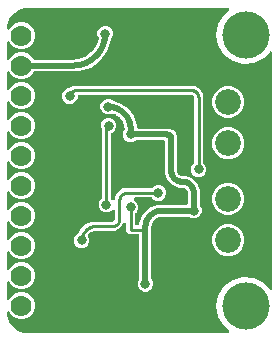
<source format=gbr>
G04 EAGLE Gerber RS-274X export*
G75*
%MOMM*%
%FSLAX34Y34*%
%LPD*%
%INBottom Copper*%
%IPPOS*%
%AMOC8*
5,1,8,0,0,1.08239X$1,22.5*%
G01*
%ADD10C,1.778000*%
%ADD11C,2.184400*%
%ADD12C,4.000000*%
%ADD13C,0.800100*%
%ADD14C,0.250000*%
%ADD15C,0.500000*%
%ADD16C,0.300000*%

G36*
X189952Y2549D02*
X189952Y2549D01*
X190020Y2548D01*
X190109Y2569D01*
X190200Y2581D01*
X190263Y2606D01*
X190329Y2621D01*
X190410Y2664D01*
X190496Y2698D01*
X190550Y2737D01*
X190611Y2769D01*
X190679Y2831D01*
X190753Y2884D01*
X190796Y2937D01*
X190847Y2982D01*
X190897Y3059D01*
X190956Y3129D01*
X190985Y3191D01*
X191022Y3248D01*
X191052Y3334D01*
X191091Y3417D01*
X191104Y3484D01*
X191126Y3548D01*
X191134Y3640D01*
X191151Y3729D01*
X191147Y3797D01*
X191152Y3865D01*
X191137Y3956D01*
X191131Y4047D01*
X191110Y4111D01*
X191099Y4179D01*
X191061Y4262D01*
X191033Y4349D01*
X190997Y4407D01*
X190969Y4469D01*
X190912Y4541D01*
X190863Y4618D01*
X190814Y4665D01*
X190771Y4718D01*
X190649Y4823D01*
X186393Y8037D01*
X181522Y15904D01*
X179821Y25000D01*
X181522Y34096D01*
X186393Y41963D01*
X193777Y47539D01*
X202677Y50071D01*
X211891Y49218D01*
X220174Y45093D01*
X225252Y39522D01*
X225259Y39516D01*
X225264Y39509D01*
X225380Y39413D01*
X225494Y39316D01*
X225502Y39312D01*
X225509Y39306D01*
X225645Y39242D01*
X225780Y39176D01*
X225789Y39174D01*
X225797Y39170D01*
X225943Y39143D01*
X226091Y39112D01*
X226101Y39112D01*
X226110Y39111D01*
X226258Y39120D01*
X226409Y39127D01*
X226418Y39130D01*
X226427Y39130D01*
X226568Y39176D01*
X226713Y39221D01*
X226721Y39226D01*
X226729Y39228D01*
X226856Y39308D01*
X226984Y39387D01*
X226990Y39394D01*
X226998Y39399D01*
X227101Y39508D01*
X227205Y39615D01*
X227210Y39623D01*
X227216Y39630D01*
X227289Y39762D01*
X227363Y39892D01*
X227365Y39901D01*
X227370Y39909D01*
X227407Y40054D01*
X227447Y40198D01*
X227447Y40208D01*
X227449Y40217D01*
X227459Y40377D01*
X227459Y239623D01*
X227458Y239632D01*
X227459Y239641D01*
X227438Y239790D01*
X227419Y239938D01*
X227416Y239947D01*
X227415Y239956D01*
X227358Y240094D01*
X227302Y240234D01*
X227297Y240241D01*
X227293Y240250D01*
X227204Y240369D01*
X227116Y240491D01*
X227108Y240497D01*
X227103Y240505D01*
X226986Y240598D01*
X226871Y240694D01*
X226862Y240698D01*
X226855Y240704D01*
X226718Y240766D01*
X226583Y240830D01*
X226574Y240831D01*
X226565Y240835D01*
X226418Y240861D01*
X226271Y240889D01*
X226261Y240889D01*
X226252Y240890D01*
X226103Y240879D01*
X225953Y240870D01*
X225944Y240867D01*
X225935Y240866D01*
X225794Y240818D01*
X225651Y240772D01*
X225643Y240767D01*
X225634Y240764D01*
X225510Y240682D01*
X225382Y240601D01*
X225375Y240595D01*
X225368Y240590D01*
X225252Y240478D01*
X220174Y234907D01*
X211891Y230782D01*
X202677Y229929D01*
X193777Y232461D01*
X186393Y238037D01*
X181522Y245904D01*
X179821Y255000D01*
X181522Y264096D01*
X186393Y271963D01*
X190649Y275177D01*
X190698Y275225D01*
X190753Y275264D01*
X190811Y275335D01*
X190877Y275399D01*
X190912Y275457D01*
X190956Y275509D01*
X190995Y275592D01*
X191042Y275671D01*
X191062Y275736D01*
X191091Y275797D01*
X191108Y275887D01*
X191135Y275975D01*
X191138Y276043D01*
X191151Y276110D01*
X191145Y276201D01*
X191149Y276293D01*
X191135Y276359D01*
X191131Y276427D01*
X191103Y276514D01*
X191084Y276604D01*
X191054Y276665D01*
X191033Y276729D01*
X190984Y276807D01*
X190944Y276889D01*
X190899Y276941D01*
X190863Y276998D01*
X190796Y277061D01*
X190737Y277131D01*
X190681Y277169D01*
X190631Y277216D01*
X190551Y277260D01*
X190476Y277313D01*
X190412Y277337D01*
X190353Y277370D01*
X190264Y277392D01*
X190178Y277425D01*
X190111Y277432D01*
X190045Y277449D01*
X189884Y277459D01*
X20000Y277459D01*
X19978Y277457D01*
X19900Y277455D01*
X17368Y277256D01*
X17300Y277242D01*
X17231Y277238D01*
X17075Y277198D01*
X12258Y275633D01*
X12150Y275582D01*
X12040Y275538D01*
X11989Y275506D01*
X11970Y275497D01*
X11954Y275484D01*
X11904Y275452D01*
X7806Y272475D01*
X7719Y272394D01*
X7628Y272318D01*
X7589Y272271D01*
X7574Y272257D01*
X7563Y272240D01*
X7525Y272194D01*
X4548Y268096D01*
X4491Y267992D01*
X4427Y267892D01*
X4404Y267835D01*
X4395Y267817D01*
X4389Y267798D01*
X4367Y267742D01*
X2802Y262925D01*
X2789Y262857D01*
X2767Y262792D01*
X2744Y262632D01*
X2590Y260682D01*
X2596Y260562D01*
X2594Y260443D01*
X2604Y260404D01*
X2605Y260364D01*
X2641Y260250D01*
X2668Y260134D01*
X2687Y260098D01*
X2699Y260060D01*
X2761Y259958D01*
X2817Y259853D01*
X2844Y259823D01*
X2865Y259789D01*
X2951Y259706D01*
X3031Y259617D01*
X3064Y259595D01*
X3093Y259567D01*
X3197Y259508D01*
X3297Y259443D01*
X3335Y259430D01*
X3369Y259410D01*
X3485Y259378D01*
X3598Y259339D01*
X3637Y259336D01*
X3676Y259326D01*
X3796Y259324D01*
X3915Y259314D01*
X3954Y259321D01*
X3994Y259320D01*
X4110Y259348D01*
X4228Y259369D01*
X4265Y259385D01*
X4303Y259394D01*
X4409Y259450D01*
X4518Y259499D01*
X4549Y259524D01*
X4585Y259543D01*
X4673Y259623D01*
X4766Y259698D01*
X4790Y259730D01*
X4820Y259757D01*
X4886Y259857D01*
X4958Y259952D01*
X4984Y260005D01*
X4995Y260022D01*
X5002Y260042D01*
X5028Y260096D01*
X5310Y260775D01*
X8525Y263991D01*
X12726Y265731D01*
X17274Y265731D01*
X21475Y263991D01*
X24691Y260775D01*
X26431Y256574D01*
X26431Y252026D01*
X24691Y247825D01*
X21475Y244609D01*
X17274Y242869D01*
X12726Y242869D01*
X8525Y244609D01*
X5310Y247825D01*
X4983Y248614D01*
X4948Y248675D01*
X4922Y248740D01*
X4870Y248812D01*
X4825Y248890D01*
X4777Y248941D01*
X4736Y248997D01*
X4666Y249054D01*
X4604Y249119D01*
X4544Y249155D01*
X4491Y249200D01*
X4409Y249238D01*
X4333Y249285D01*
X4266Y249306D01*
X4203Y249335D01*
X4115Y249352D01*
X4029Y249379D01*
X3959Y249382D01*
X3890Y249395D01*
X3801Y249390D01*
X3711Y249394D01*
X3643Y249380D01*
X3573Y249375D01*
X3488Y249348D01*
X3400Y249330D01*
X3337Y249299D01*
X3271Y249277D01*
X3195Y249229D01*
X3114Y249190D01*
X3061Y249145D01*
X3002Y249107D01*
X2940Y249042D01*
X2872Y248984D01*
X2832Y248926D01*
X2784Y248876D01*
X2741Y248797D01*
X2689Y248723D01*
X2664Y248658D01*
X2630Y248597D01*
X2608Y248510D01*
X2576Y248426D01*
X2568Y248357D01*
X2551Y248289D01*
X2541Y248128D01*
X2541Y235071D01*
X2549Y235002D01*
X2548Y234932D01*
X2569Y234845D01*
X2581Y234756D01*
X2606Y234691D01*
X2623Y234623D01*
X2665Y234544D01*
X2698Y234460D01*
X2739Y234404D01*
X2771Y234342D01*
X2832Y234276D01*
X2884Y234203D01*
X2938Y234158D01*
X2985Y234107D01*
X3060Y234058D01*
X3129Y234000D01*
X3193Y233970D01*
X3251Y233932D01*
X3336Y233903D01*
X3417Y233865D01*
X3486Y233851D01*
X3552Y233829D01*
X3641Y233822D01*
X3729Y233805D01*
X3799Y233809D01*
X3869Y233804D01*
X3957Y233819D01*
X4047Y233825D01*
X4113Y233846D01*
X4182Y233858D01*
X4264Y233895D01*
X4349Y233923D01*
X4408Y233960D01*
X4472Y233989D01*
X4542Y234045D01*
X4618Y234093D01*
X4666Y234144D01*
X4720Y234187D01*
X4774Y234259D01*
X4836Y234324D01*
X4870Y234386D01*
X4912Y234441D01*
X4983Y234586D01*
X5310Y235375D01*
X8525Y238591D01*
X12726Y240331D01*
X17274Y240331D01*
X21475Y238591D01*
X24691Y235375D01*
X24960Y234724D01*
X24975Y234699D01*
X24984Y234671D01*
X25053Y234561D01*
X25118Y234448D01*
X25138Y234427D01*
X25154Y234402D01*
X25249Y234313D01*
X25339Y234220D01*
X25364Y234204D01*
X25386Y234184D01*
X25499Y234121D01*
X25610Y234053D01*
X25638Y234045D01*
X25664Y234030D01*
X25790Y233998D01*
X25914Y233960D01*
X25943Y233958D01*
X25972Y233951D01*
X26133Y233941D01*
X58900Y233941D01*
X58922Y233943D01*
X59000Y233945D01*
X62252Y234201D01*
X62320Y234215D01*
X62389Y234219D01*
X62544Y234259D01*
X68731Y236269D01*
X68838Y236319D01*
X68949Y236363D01*
X69000Y236395D01*
X69018Y236404D01*
X69034Y236417D01*
X69084Y236449D01*
X74347Y240272D01*
X74433Y240354D01*
X74525Y240429D01*
X74564Y240476D01*
X74579Y240490D01*
X74589Y240507D01*
X74628Y240553D01*
X78451Y245815D01*
X78508Y245919D01*
X78572Y246020D01*
X78594Y246076D01*
X78604Y246094D01*
X78609Y246114D01*
X78631Y246169D01*
X80403Y251624D01*
X80413Y251672D01*
X80430Y251718D01*
X80442Y251828D01*
X80463Y251936D01*
X80460Y251985D01*
X80465Y252034D01*
X80450Y252144D01*
X80443Y252253D01*
X80428Y252300D01*
X80421Y252349D01*
X80369Y252502D01*
X79459Y254699D01*
X79459Y257301D01*
X80455Y259705D01*
X82295Y261545D01*
X84699Y262541D01*
X87301Y262541D01*
X89705Y261545D01*
X91545Y259705D01*
X92541Y257301D01*
X92541Y254699D01*
X91545Y252295D01*
X91412Y252162D01*
X91352Y252083D01*
X91284Y252011D01*
X91255Y251958D01*
X91218Y251910D01*
X91178Y251820D01*
X91130Y251733D01*
X91115Y251674D01*
X91091Y251619D01*
X91076Y251521D01*
X91051Y251425D01*
X91045Y251325D01*
X91041Y251305D01*
X91043Y251292D01*
X91041Y251264D01*
X91041Y250909D01*
X87895Y241226D01*
X81910Y232990D01*
X73673Y227005D01*
X63991Y223859D01*
X26133Y223859D01*
X26103Y223856D01*
X26074Y223858D01*
X25946Y223836D01*
X25817Y223819D01*
X25790Y223809D01*
X25761Y223804D01*
X25642Y223750D01*
X25521Y223702D01*
X25498Y223685D01*
X25471Y223673D01*
X25369Y223592D01*
X25264Y223516D01*
X25245Y223493D01*
X25222Y223474D01*
X25144Y223371D01*
X25061Y223271D01*
X25049Y223244D01*
X25031Y223220D01*
X24960Y223076D01*
X24691Y222425D01*
X21475Y219209D01*
X17274Y217469D01*
X12726Y217469D01*
X8525Y219209D01*
X5310Y222425D01*
X4983Y223214D01*
X4948Y223275D01*
X4922Y223340D01*
X4870Y223412D01*
X4825Y223490D01*
X4777Y223541D01*
X4736Y223597D01*
X4666Y223654D01*
X4604Y223719D01*
X4544Y223755D01*
X4491Y223800D01*
X4409Y223838D01*
X4333Y223885D01*
X4266Y223906D01*
X4203Y223935D01*
X4115Y223952D01*
X4029Y223979D01*
X3959Y223982D01*
X3890Y223995D01*
X3801Y223990D01*
X3711Y223994D01*
X3643Y223980D01*
X3573Y223975D01*
X3488Y223948D01*
X3400Y223930D01*
X3337Y223899D01*
X3271Y223877D01*
X3195Y223829D01*
X3114Y223790D01*
X3061Y223745D01*
X3002Y223707D01*
X2940Y223642D01*
X2872Y223584D01*
X2832Y223527D01*
X2784Y223476D01*
X2741Y223397D01*
X2689Y223324D01*
X2664Y223258D01*
X2630Y223197D01*
X2608Y223110D01*
X2576Y223026D01*
X2568Y222957D01*
X2551Y222889D01*
X2541Y222729D01*
X2541Y209671D01*
X2549Y209602D01*
X2548Y209532D01*
X2569Y209445D01*
X2581Y209356D01*
X2606Y209291D01*
X2623Y209223D01*
X2665Y209144D01*
X2698Y209060D01*
X2739Y209004D01*
X2771Y208942D01*
X2832Y208876D01*
X2884Y208803D01*
X2938Y208758D01*
X2985Y208707D01*
X3060Y208658D01*
X3129Y208600D01*
X3193Y208570D01*
X3251Y208532D01*
X3336Y208503D01*
X3417Y208465D01*
X3486Y208451D01*
X3552Y208429D01*
X3641Y208422D01*
X3729Y208405D01*
X3799Y208409D01*
X3869Y208404D01*
X3957Y208419D01*
X4047Y208425D01*
X4113Y208446D01*
X4182Y208458D01*
X4264Y208495D01*
X4349Y208523D01*
X4408Y208560D01*
X4472Y208589D01*
X4542Y208645D01*
X4618Y208693D01*
X4666Y208744D01*
X4720Y208787D01*
X4774Y208859D01*
X4836Y208924D01*
X4870Y208986D01*
X4912Y209041D01*
X4983Y209186D01*
X5310Y209975D01*
X8525Y213191D01*
X12726Y214931D01*
X17274Y214931D01*
X21475Y213191D01*
X24691Y209975D01*
X26431Y205774D01*
X26431Y201226D01*
X24691Y197025D01*
X21475Y193809D01*
X17274Y192069D01*
X12726Y192069D01*
X8525Y193809D01*
X5310Y197025D01*
X4983Y197814D01*
X4948Y197875D01*
X4922Y197940D01*
X4870Y198012D01*
X4825Y198090D01*
X4777Y198141D01*
X4736Y198197D01*
X4666Y198254D01*
X4604Y198319D01*
X4544Y198355D01*
X4491Y198400D01*
X4409Y198438D01*
X4333Y198485D01*
X4266Y198506D01*
X4203Y198535D01*
X4115Y198552D01*
X4029Y198579D01*
X3959Y198582D01*
X3890Y198595D01*
X3801Y198590D01*
X3711Y198594D01*
X3643Y198580D01*
X3573Y198575D01*
X3488Y198548D01*
X3400Y198530D01*
X3337Y198499D01*
X3271Y198477D01*
X3195Y198429D01*
X3114Y198390D01*
X3061Y198345D01*
X3002Y198307D01*
X2940Y198242D01*
X2872Y198184D01*
X2832Y198127D01*
X2784Y198076D01*
X2741Y197997D01*
X2689Y197924D01*
X2664Y197858D01*
X2630Y197797D01*
X2608Y197710D01*
X2576Y197626D01*
X2568Y197557D01*
X2551Y197489D01*
X2541Y197329D01*
X2541Y184271D01*
X2549Y184202D01*
X2548Y184132D01*
X2569Y184045D01*
X2581Y183956D01*
X2606Y183891D01*
X2623Y183823D01*
X2665Y183744D01*
X2698Y183660D01*
X2739Y183604D01*
X2771Y183542D01*
X2832Y183476D01*
X2884Y183403D01*
X2938Y183358D01*
X2985Y183307D01*
X3060Y183258D01*
X3129Y183200D01*
X3193Y183170D01*
X3251Y183132D01*
X3336Y183103D01*
X3417Y183065D01*
X3486Y183051D01*
X3552Y183029D01*
X3641Y183022D01*
X3729Y183005D01*
X3799Y183009D01*
X3869Y183004D01*
X3957Y183019D01*
X4047Y183025D01*
X4113Y183046D01*
X4182Y183058D01*
X4264Y183095D01*
X4349Y183123D01*
X4408Y183160D01*
X4472Y183189D01*
X4542Y183245D01*
X4618Y183293D01*
X4666Y183344D01*
X4720Y183387D01*
X4774Y183459D01*
X4836Y183524D01*
X4870Y183586D01*
X4912Y183641D01*
X4983Y183786D01*
X5310Y184575D01*
X8525Y187791D01*
X12726Y189531D01*
X17274Y189531D01*
X21475Y187791D01*
X24691Y184575D01*
X26431Y180374D01*
X26431Y175826D01*
X24691Y171625D01*
X21475Y168409D01*
X17274Y166669D01*
X12726Y166669D01*
X8525Y168409D01*
X5310Y171625D01*
X4983Y172414D01*
X4948Y172475D01*
X4922Y172540D01*
X4870Y172612D01*
X4825Y172690D01*
X4777Y172741D01*
X4736Y172797D01*
X4666Y172854D01*
X4604Y172919D01*
X4544Y172955D01*
X4491Y173000D01*
X4409Y173038D01*
X4333Y173085D01*
X4266Y173106D01*
X4203Y173135D01*
X4115Y173152D01*
X4029Y173179D01*
X3959Y173182D01*
X3890Y173195D01*
X3801Y173190D01*
X3711Y173194D01*
X3643Y173180D01*
X3573Y173175D01*
X3488Y173148D01*
X3400Y173130D01*
X3337Y173099D01*
X3271Y173077D01*
X3195Y173029D01*
X3114Y172990D01*
X3061Y172945D01*
X3002Y172907D01*
X2940Y172842D01*
X2872Y172784D01*
X2832Y172727D01*
X2784Y172676D01*
X2741Y172597D01*
X2689Y172524D01*
X2664Y172458D01*
X2630Y172397D01*
X2608Y172310D01*
X2576Y172226D01*
X2568Y172157D01*
X2551Y172089D01*
X2541Y171929D01*
X2541Y158871D01*
X2549Y158802D01*
X2548Y158732D01*
X2569Y158645D01*
X2581Y158556D01*
X2606Y158491D01*
X2623Y158423D01*
X2665Y158344D01*
X2698Y158260D01*
X2739Y158204D01*
X2771Y158142D01*
X2832Y158076D01*
X2884Y158003D01*
X2938Y157958D01*
X2985Y157907D01*
X3060Y157858D01*
X3129Y157800D01*
X3193Y157770D01*
X3251Y157732D01*
X3336Y157703D01*
X3417Y157665D01*
X3486Y157651D01*
X3552Y157629D01*
X3641Y157622D01*
X3729Y157605D01*
X3799Y157609D01*
X3869Y157604D01*
X3957Y157619D01*
X4047Y157625D01*
X4113Y157646D01*
X4182Y157658D01*
X4264Y157695D01*
X4349Y157723D01*
X4408Y157760D01*
X4472Y157789D01*
X4542Y157845D01*
X4618Y157893D01*
X4666Y157944D01*
X4720Y157987D01*
X4774Y158059D01*
X4836Y158124D01*
X4870Y158186D01*
X4912Y158241D01*
X4983Y158386D01*
X5310Y159175D01*
X8525Y162391D01*
X12726Y164131D01*
X17274Y164131D01*
X21475Y162391D01*
X24691Y159175D01*
X26431Y154974D01*
X26431Y150426D01*
X24691Y146225D01*
X21475Y143009D01*
X17274Y141269D01*
X12726Y141269D01*
X8525Y143009D01*
X5310Y146225D01*
X4983Y147014D01*
X4948Y147075D01*
X4922Y147140D01*
X4870Y147212D01*
X4825Y147290D01*
X4777Y147341D01*
X4736Y147397D01*
X4666Y147454D01*
X4604Y147519D01*
X4544Y147555D01*
X4491Y147600D01*
X4409Y147638D01*
X4333Y147685D01*
X4266Y147706D01*
X4203Y147735D01*
X4115Y147752D01*
X4029Y147779D01*
X3959Y147782D01*
X3890Y147795D01*
X3801Y147790D01*
X3711Y147794D01*
X3643Y147780D01*
X3573Y147775D01*
X3488Y147748D01*
X3400Y147730D01*
X3337Y147699D01*
X3271Y147677D01*
X3195Y147629D01*
X3114Y147590D01*
X3061Y147545D01*
X3002Y147507D01*
X2940Y147442D01*
X2872Y147384D01*
X2832Y147327D01*
X2784Y147276D01*
X2741Y147197D01*
X2689Y147124D01*
X2664Y147058D01*
X2630Y146997D01*
X2608Y146910D01*
X2576Y146826D01*
X2568Y146757D01*
X2551Y146689D01*
X2541Y146529D01*
X2541Y133471D01*
X2549Y133402D01*
X2548Y133332D01*
X2569Y133245D01*
X2581Y133156D01*
X2606Y133091D01*
X2623Y133023D01*
X2665Y132944D01*
X2698Y132860D01*
X2739Y132804D01*
X2771Y132742D01*
X2832Y132676D01*
X2884Y132603D01*
X2938Y132558D01*
X2985Y132507D01*
X3060Y132458D01*
X3129Y132400D01*
X3193Y132370D01*
X3251Y132332D01*
X3336Y132303D01*
X3417Y132265D01*
X3486Y132251D01*
X3552Y132229D01*
X3641Y132222D01*
X3729Y132205D01*
X3799Y132209D01*
X3869Y132204D01*
X3957Y132219D01*
X4047Y132225D01*
X4113Y132246D01*
X4182Y132258D01*
X4264Y132295D01*
X4349Y132323D01*
X4408Y132360D01*
X4472Y132389D01*
X4542Y132445D01*
X4618Y132493D01*
X4666Y132544D01*
X4720Y132587D01*
X4774Y132659D01*
X4836Y132724D01*
X4870Y132786D01*
X4912Y132841D01*
X4983Y132986D01*
X5310Y133775D01*
X8525Y136991D01*
X12726Y138731D01*
X17274Y138731D01*
X21475Y136991D01*
X24691Y133775D01*
X26431Y129574D01*
X26431Y125026D01*
X24691Y120825D01*
X21475Y117609D01*
X17274Y115869D01*
X12726Y115869D01*
X8525Y117609D01*
X5310Y120825D01*
X4983Y121614D01*
X4948Y121675D01*
X4922Y121740D01*
X4870Y121812D01*
X4825Y121890D01*
X4777Y121941D01*
X4736Y121997D01*
X4666Y122054D01*
X4604Y122119D01*
X4544Y122155D01*
X4491Y122200D01*
X4409Y122238D01*
X4333Y122285D01*
X4266Y122306D01*
X4203Y122335D01*
X4115Y122352D01*
X4029Y122379D01*
X3959Y122382D01*
X3890Y122395D01*
X3801Y122390D01*
X3711Y122394D01*
X3643Y122380D01*
X3573Y122375D01*
X3488Y122348D01*
X3400Y122330D01*
X3337Y122299D01*
X3271Y122277D01*
X3195Y122229D01*
X3114Y122190D01*
X3061Y122145D01*
X3002Y122107D01*
X2940Y122042D01*
X2872Y121984D01*
X2832Y121927D01*
X2784Y121876D01*
X2741Y121797D01*
X2689Y121724D01*
X2664Y121658D01*
X2630Y121597D01*
X2608Y121510D01*
X2576Y121426D01*
X2568Y121357D01*
X2551Y121289D01*
X2541Y121129D01*
X2541Y108071D01*
X2549Y108002D01*
X2548Y107932D01*
X2569Y107845D01*
X2581Y107756D01*
X2606Y107691D01*
X2623Y107623D01*
X2665Y107544D01*
X2698Y107460D01*
X2739Y107404D01*
X2771Y107342D01*
X2832Y107276D01*
X2884Y107203D01*
X2938Y107158D01*
X2985Y107107D01*
X3060Y107058D01*
X3129Y107000D01*
X3193Y106970D01*
X3251Y106932D01*
X3336Y106903D01*
X3417Y106865D01*
X3486Y106851D01*
X3552Y106829D01*
X3641Y106822D01*
X3729Y106805D01*
X3799Y106809D01*
X3869Y106804D01*
X3957Y106819D01*
X4047Y106825D01*
X4113Y106846D01*
X4182Y106858D01*
X4264Y106895D01*
X4349Y106923D01*
X4408Y106960D01*
X4472Y106989D01*
X4542Y107045D01*
X4618Y107093D01*
X4666Y107144D01*
X4720Y107187D01*
X4774Y107259D01*
X4836Y107324D01*
X4870Y107386D01*
X4912Y107441D01*
X4983Y107586D01*
X5310Y108375D01*
X8525Y111591D01*
X12726Y113331D01*
X17274Y113331D01*
X21475Y111591D01*
X24691Y108375D01*
X26431Y104174D01*
X26431Y99626D01*
X24691Y95425D01*
X21475Y92209D01*
X17274Y90469D01*
X12726Y90469D01*
X8525Y92209D01*
X5310Y95425D01*
X4983Y96214D01*
X4948Y96275D01*
X4922Y96340D01*
X4870Y96412D01*
X4825Y96490D01*
X4777Y96541D01*
X4736Y96597D01*
X4666Y96654D01*
X4604Y96719D01*
X4544Y96755D01*
X4491Y96800D01*
X4409Y96838D01*
X4333Y96885D01*
X4266Y96906D01*
X4203Y96935D01*
X4115Y96952D01*
X4029Y96979D01*
X3959Y96982D01*
X3890Y96995D01*
X3801Y96990D01*
X3711Y96994D01*
X3643Y96980D01*
X3573Y96975D01*
X3488Y96948D01*
X3400Y96930D01*
X3337Y96899D01*
X3271Y96877D01*
X3195Y96829D01*
X3114Y96790D01*
X3061Y96745D01*
X3002Y96707D01*
X2940Y96642D01*
X2872Y96584D01*
X2832Y96527D01*
X2784Y96476D01*
X2741Y96397D01*
X2689Y96324D01*
X2664Y96258D01*
X2630Y96197D01*
X2608Y96110D01*
X2576Y96026D01*
X2568Y95957D01*
X2551Y95889D01*
X2541Y95729D01*
X2541Y82671D01*
X2549Y82602D01*
X2548Y82532D01*
X2569Y82445D01*
X2581Y82356D01*
X2606Y82291D01*
X2623Y82223D01*
X2665Y82144D01*
X2698Y82060D01*
X2739Y82004D01*
X2771Y81942D01*
X2832Y81876D01*
X2884Y81803D01*
X2938Y81758D01*
X2985Y81707D01*
X3060Y81658D01*
X3129Y81600D01*
X3193Y81570D01*
X3251Y81532D01*
X3336Y81503D01*
X3417Y81465D01*
X3486Y81451D01*
X3552Y81429D01*
X3641Y81422D01*
X3729Y81405D01*
X3799Y81409D01*
X3869Y81404D01*
X3957Y81419D01*
X4047Y81425D01*
X4113Y81446D01*
X4182Y81458D01*
X4264Y81495D01*
X4349Y81523D01*
X4408Y81560D01*
X4472Y81589D01*
X4542Y81645D01*
X4618Y81693D01*
X4666Y81744D01*
X4720Y81787D01*
X4774Y81859D01*
X4836Y81924D01*
X4870Y81986D01*
X4912Y82041D01*
X4983Y82186D01*
X5310Y82975D01*
X8525Y86191D01*
X12726Y87931D01*
X17274Y87931D01*
X21475Y86191D01*
X24691Y82975D01*
X26431Y78774D01*
X26431Y74226D01*
X24691Y70025D01*
X21475Y66809D01*
X17274Y65069D01*
X12726Y65069D01*
X8525Y66809D01*
X5310Y70025D01*
X4983Y70814D01*
X4948Y70875D01*
X4922Y70940D01*
X4870Y71012D01*
X4825Y71090D01*
X4777Y71141D01*
X4736Y71197D01*
X4666Y71254D01*
X4604Y71319D01*
X4544Y71355D01*
X4491Y71400D01*
X4409Y71438D01*
X4333Y71485D01*
X4266Y71506D01*
X4203Y71535D01*
X4115Y71552D01*
X4029Y71579D01*
X3959Y71582D01*
X3890Y71595D01*
X3801Y71590D01*
X3711Y71594D01*
X3643Y71580D01*
X3573Y71575D01*
X3488Y71548D01*
X3400Y71530D01*
X3337Y71499D01*
X3271Y71477D01*
X3195Y71429D01*
X3114Y71390D01*
X3061Y71345D01*
X3002Y71307D01*
X2940Y71242D01*
X2872Y71184D01*
X2832Y71127D01*
X2784Y71076D01*
X2741Y70997D01*
X2689Y70924D01*
X2664Y70858D01*
X2630Y70797D01*
X2608Y70710D01*
X2576Y70626D01*
X2568Y70557D01*
X2551Y70489D01*
X2541Y70329D01*
X2541Y57271D01*
X2549Y57202D01*
X2548Y57132D01*
X2569Y57045D01*
X2581Y56956D01*
X2606Y56891D01*
X2623Y56823D01*
X2665Y56744D01*
X2698Y56660D01*
X2739Y56604D01*
X2771Y56542D01*
X2832Y56476D01*
X2884Y56403D01*
X2938Y56358D01*
X2985Y56307D01*
X3060Y56258D01*
X3129Y56200D01*
X3193Y56170D01*
X3251Y56132D01*
X3336Y56103D01*
X3417Y56065D01*
X3486Y56051D01*
X3552Y56029D01*
X3641Y56022D01*
X3729Y56005D01*
X3799Y56009D01*
X3869Y56004D01*
X3957Y56019D01*
X4047Y56025D01*
X4113Y56046D01*
X4182Y56058D01*
X4264Y56095D01*
X4349Y56123D01*
X4408Y56160D01*
X4472Y56189D01*
X4542Y56245D01*
X4618Y56293D01*
X4666Y56344D01*
X4720Y56387D01*
X4774Y56459D01*
X4836Y56524D01*
X4870Y56586D01*
X4912Y56641D01*
X4983Y56786D01*
X5310Y57575D01*
X8525Y60791D01*
X12726Y62531D01*
X17274Y62531D01*
X21475Y60791D01*
X24691Y57575D01*
X26431Y53374D01*
X26431Y48826D01*
X24691Y44625D01*
X21475Y41409D01*
X17274Y39669D01*
X12726Y39669D01*
X8525Y41409D01*
X5310Y44625D01*
X4983Y45414D01*
X4948Y45475D01*
X4922Y45540D01*
X4870Y45612D01*
X4825Y45690D01*
X4777Y45741D01*
X4736Y45797D01*
X4666Y45854D01*
X4604Y45919D01*
X4544Y45955D01*
X4491Y46000D01*
X4409Y46038D01*
X4333Y46085D01*
X4266Y46106D01*
X4203Y46135D01*
X4115Y46152D01*
X4029Y46179D01*
X3959Y46182D01*
X3890Y46195D01*
X3801Y46190D01*
X3711Y46194D01*
X3643Y46180D01*
X3573Y46175D01*
X3488Y46148D01*
X3400Y46130D01*
X3337Y46099D01*
X3271Y46077D01*
X3195Y46029D01*
X3114Y45990D01*
X3061Y45945D01*
X3002Y45907D01*
X2940Y45842D01*
X2872Y45784D01*
X2832Y45727D01*
X2784Y45676D01*
X2741Y45597D01*
X2689Y45524D01*
X2664Y45458D01*
X2630Y45397D01*
X2608Y45310D01*
X2576Y45226D01*
X2568Y45157D01*
X2551Y45089D01*
X2541Y44929D01*
X2541Y31872D01*
X2549Y31802D01*
X2548Y31732D01*
X2569Y31645D01*
X2581Y31556D01*
X2606Y31491D01*
X2623Y31423D01*
X2665Y31344D01*
X2698Y31260D01*
X2739Y31204D01*
X2771Y31142D01*
X2832Y31076D01*
X2884Y31003D01*
X2938Y30958D01*
X2985Y30907D01*
X3060Y30857D01*
X3129Y30800D01*
X3193Y30770D01*
X3251Y30732D01*
X3336Y30703D01*
X3417Y30665D01*
X3486Y30652D01*
X3552Y30629D01*
X3641Y30622D01*
X3729Y30605D01*
X3799Y30609D01*
X3869Y30604D01*
X3957Y30619D01*
X4047Y30625D01*
X4113Y30646D01*
X4182Y30658D01*
X4264Y30695D01*
X4349Y30723D01*
X4408Y30760D01*
X4472Y30789D01*
X4542Y30845D01*
X4618Y30893D01*
X4666Y30944D01*
X4720Y30987D01*
X4775Y31059D01*
X4836Y31124D01*
X4870Y31185D01*
X4912Y31241D01*
X4983Y31386D01*
X5310Y32175D01*
X8525Y35391D01*
X12726Y37131D01*
X17274Y37131D01*
X21475Y35391D01*
X24691Y32175D01*
X26431Y27974D01*
X26431Y23426D01*
X24691Y19225D01*
X21475Y16009D01*
X17274Y14269D01*
X12726Y14269D01*
X8525Y16009D01*
X5309Y19225D01*
X5028Y19904D01*
X4969Y20007D01*
X4917Y20115D01*
X4891Y20145D01*
X4871Y20180D01*
X4788Y20266D01*
X4710Y20356D01*
X4678Y20379D01*
X4650Y20408D01*
X4548Y20471D01*
X4450Y20539D01*
X4413Y20554D01*
X4378Y20575D01*
X4264Y20610D01*
X4153Y20652D01*
X4113Y20656D01*
X4075Y20668D01*
X3955Y20674D01*
X3837Y20687D01*
X3797Y20681D01*
X3757Y20683D01*
X3640Y20659D01*
X3522Y20642D01*
X3485Y20627D01*
X3445Y20619D01*
X3338Y20566D01*
X3228Y20521D01*
X3196Y20497D01*
X3160Y20479D01*
X3069Y20402D01*
X2973Y20330D01*
X2948Y20299D01*
X2918Y20273D01*
X2849Y20175D01*
X2774Y20082D01*
X2758Y20046D01*
X2735Y20013D01*
X2692Y19901D01*
X2643Y19793D01*
X2636Y19753D01*
X2622Y19716D01*
X2609Y19597D01*
X2588Y19479D01*
X2589Y19420D01*
X2587Y19399D01*
X2590Y19379D01*
X2590Y19318D01*
X2744Y17368D01*
X2758Y17300D01*
X2762Y17231D01*
X2802Y17075D01*
X4367Y12258D01*
X4401Y12186D01*
X4411Y12155D01*
X4424Y12135D01*
X4462Y12040D01*
X4494Y11989D01*
X4503Y11970D01*
X4516Y11954D01*
X4548Y11904D01*
X7525Y7806D01*
X7606Y7719D01*
X7682Y7628D01*
X7729Y7589D01*
X7743Y7574D01*
X7760Y7563D01*
X7806Y7525D01*
X11904Y4548D01*
X12008Y4491D01*
X12108Y4427D01*
X12165Y4404D01*
X12183Y4395D01*
X12202Y4389D01*
X12258Y4367D01*
X17075Y2802D01*
X17143Y2789D01*
X17208Y2767D01*
X17368Y2744D01*
X19900Y2545D01*
X19922Y2546D01*
X20000Y2541D01*
X189884Y2541D01*
X189952Y2549D01*
G37*
%LPC*%
G36*
X118699Y37459D02*
X118699Y37459D01*
X116295Y38455D01*
X114455Y40295D01*
X113459Y42699D01*
X113459Y45301D01*
X114455Y47705D01*
X114588Y47838D01*
X114648Y47917D01*
X114716Y47989D01*
X114745Y48042D01*
X114782Y48090D01*
X114822Y48180D01*
X114870Y48267D01*
X114885Y48326D01*
X114909Y48381D01*
X114924Y48479D01*
X114949Y48575D01*
X114955Y48675D01*
X114959Y48695D01*
X114957Y48708D01*
X114959Y48736D01*
X114959Y84940D01*
X114944Y85058D01*
X114937Y85177D01*
X114924Y85215D01*
X114919Y85256D01*
X114876Y85366D01*
X114839Y85479D01*
X114817Y85514D01*
X114802Y85551D01*
X114733Y85647D01*
X114669Y85748D01*
X114639Y85776D01*
X114616Y85809D01*
X114524Y85885D01*
X114437Y85966D01*
X114402Y85986D01*
X114371Y86011D01*
X114263Y86062D01*
X114159Y86120D01*
X114119Y86130D01*
X114083Y86147D01*
X113966Y86169D01*
X113851Y86199D01*
X113791Y86203D01*
X113771Y86207D01*
X113750Y86205D01*
X113690Y86209D01*
X105930Y86209D01*
X103709Y88430D01*
X103709Y94963D01*
X103691Y95107D01*
X103676Y95252D01*
X103671Y95265D01*
X103669Y95278D01*
X103616Y95413D01*
X103565Y95550D01*
X103557Y95561D01*
X103552Y95574D01*
X103467Y95691D01*
X103384Y95812D01*
X103373Y95820D01*
X103366Y95831D01*
X103254Y95924D01*
X103143Y96019D01*
X103131Y96025D01*
X103121Y96034D01*
X102989Y96096D01*
X102858Y96161D01*
X102845Y96164D01*
X102833Y96170D01*
X102691Y96197D01*
X102547Y96227D01*
X102534Y96227D01*
X102521Y96229D01*
X102376Y96220D01*
X102230Y96214D01*
X102216Y96210D01*
X102203Y96210D01*
X102065Y96165D01*
X101925Y96123D01*
X101913Y96116D01*
X101901Y96112D01*
X101778Y96034D01*
X101653Y95958D01*
X101643Y95949D01*
X101632Y95941D01*
X101532Y95835D01*
X101430Y95731D01*
X101420Y95716D01*
X101414Y95710D01*
X101406Y95695D01*
X101341Y95597D01*
X99167Y91833D01*
X94623Y89209D01*
X78000Y89209D01*
X77980Y89207D01*
X77876Y89203D01*
X76522Y89070D01*
X76418Y89046D01*
X76313Y89031D01*
X76233Y89004D01*
X76212Y88999D01*
X76197Y88992D01*
X76160Y88979D01*
X73659Y87943D01*
X73651Y87938D01*
X73642Y87936D01*
X73512Y87860D01*
X73382Y87786D01*
X73376Y87779D01*
X73368Y87774D01*
X73247Y87668D01*
X71776Y86197D01*
X71758Y86173D01*
X71735Y86154D01*
X71660Y86048D01*
X71581Y85946D01*
X71569Y85918D01*
X71552Y85894D01*
X71506Y85773D01*
X71454Y85654D01*
X71450Y85624D01*
X71439Y85597D01*
X71425Y85468D01*
X71405Y85340D01*
X71407Y85310D01*
X71404Y85281D01*
X71422Y85152D01*
X71434Y85023D01*
X71444Y84995D01*
X71448Y84966D01*
X71501Y84814D01*
X72541Y82301D01*
X72541Y79699D01*
X71545Y77295D01*
X69705Y75455D01*
X67301Y74459D01*
X64699Y74459D01*
X62295Y75455D01*
X60455Y77295D01*
X59459Y79699D01*
X59459Y82301D01*
X60455Y84705D01*
X62295Y86545D01*
X62908Y86799D01*
X62994Y86849D01*
X63084Y86889D01*
X63132Y86927D01*
X63184Y86957D01*
X63255Y87026D01*
X63333Y87088D01*
X63369Y87136D01*
X63413Y87178D01*
X63464Y87263D01*
X63524Y87342D01*
X63568Y87432D01*
X63579Y87449D01*
X63583Y87461D01*
X63595Y87486D01*
X64613Y89945D01*
X69055Y94387D01*
X74859Y96791D01*
X92000Y96791D01*
X92003Y96791D01*
X92005Y96791D01*
X92166Y96802D01*
X92409Y96834D01*
X92418Y96836D01*
X92427Y96836D01*
X92572Y96876D01*
X92717Y96914D01*
X92725Y96919D01*
X92734Y96921D01*
X92878Y96993D01*
X93299Y97236D01*
X93373Y97292D01*
X93452Y97340D01*
X93499Y97388D01*
X93553Y97428D01*
X93610Y97501D01*
X93675Y97567D01*
X93740Y97664D01*
X93750Y97678D01*
X93754Y97685D01*
X93764Y97701D01*
X94007Y98122D01*
X94011Y98131D01*
X94016Y98138D01*
X94072Y98277D01*
X94130Y98415D01*
X94132Y98424D01*
X94135Y98433D01*
X94166Y98591D01*
X94198Y98834D01*
X94198Y98837D01*
X94199Y98839D01*
X94203Y98905D01*
X94207Y98923D01*
X94206Y98942D01*
X94209Y99000D01*
X94209Y105894D01*
X94192Y106032D01*
X94179Y106171D01*
X94172Y106190D01*
X94169Y106210D01*
X94118Y106339D01*
X94071Y106470D01*
X94060Y106487D01*
X94052Y106506D01*
X93971Y106618D01*
X93893Y106733D01*
X93877Y106746D01*
X93866Y106763D01*
X93758Y106852D01*
X93654Y106944D01*
X93636Y106953D01*
X93621Y106966D01*
X93495Y107025D01*
X93371Y107088D01*
X93351Y107093D01*
X93333Y107101D01*
X93196Y107127D01*
X93061Y107158D01*
X93040Y107157D01*
X93021Y107161D01*
X92882Y107152D01*
X92743Y107148D01*
X92723Y107143D01*
X92703Y107141D01*
X92571Y107099D01*
X92437Y107060D01*
X92420Y107049D01*
X92401Y107043D01*
X92283Y106969D01*
X92163Y106898D01*
X92142Y106880D01*
X92132Y106873D01*
X92118Y106858D01*
X92043Y106792D01*
X90705Y105455D01*
X88301Y104459D01*
X85699Y104459D01*
X83295Y105455D01*
X81455Y107295D01*
X80459Y109699D01*
X80459Y112301D01*
X81455Y114705D01*
X82838Y116088D01*
X82898Y116167D01*
X82966Y116239D01*
X82995Y116292D01*
X83032Y116340D01*
X83072Y116430D01*
X83120Y116517D01*
X83135Y116576D01*
X83159Y116631D01*
X83174Y116729D01*
X83199Y116825D01*
X83205Y116925D01*
X83209Y116945D01*
X83207Y116958D01*
X83209Y116986D01*
X83209Y174635D01*
X83208Y174644D01*
X83209Y174653D01*
X83188Y174802D01*
X83169Y174950D01*
X83166Y174959D01*
X83165Y174968D01*
X83113Y175120D01*
X82459Y176699D01*
X82459Y179301D01*
X83455Y181705D01*
X85295Y183545D01*
X87699Y184541D01*
X90301Y184541D01*
X92705Y183545D01*
X94545Y181705D01*
X95541Y179301D01*
X95541Y176699D01*
X94545Y174295D01*
X92705Y172455D01*
X91574Y171986D01*
X91549Y171971D01*
X91521Y171962D01*
X91411Y171893D01*
X91298Y171829D01*
X91277Y171808D01*
X91252Y171792D01*
X91163Y171698D01*
X91070Y171607D01*
X91054Y171582D01*
X91034Y171561D01*
X90971Y171447D01*
X90903Y171336D01*
X90895Y171308D01*
X90880Y171282D01*
X90848Y171156D01*
X90810Y171032D01*
X90808Y171003D01*
X90801Y170974D01*
X90791Y170813D01*
X90791Y116986D01*
X90803Y116888D01*
X90806Y116789D01*
X90823Y116730D01*
X90831Y116670D01*
X90867Y116578D01*
X90895Y116483D01*
X90925Y116431D01*
X90948Y116375D01*
X91006Y116294D01*
X91056Y116209D01*
X91122Y116134D01*
X91134Y116117D01*
X91144Y116109D01*
X91162Y116088D01*
X92043Y115208D01*
X92152Y115123D01*
X92259Y115034D01*
X92278Y115026D01*
X92294Y115013D01*
X92422Y114958D01*
X92547Y114899D01*
X92567Y114895D01*
X92586Y114887D01*
X92724Y114865D01*
X92860Y114839D01*
X92880Y114840D01*
X92900Y114837D01*
X93039Y114850D01*
X93177Y114859D01*
X93196Y114865D01*
X93216Y114867D01*
X93347Y114914D01*
X93479Y114957D01*
X93497Y114968D01*
X93516Y114974D01*
X93630Y115052D01*
X93748Y115127D01*
X93762Y115142D01*
X93779Y115153D01*
X93871Y115257D01*
X93966Y115359D01*
X93976Y115376D01*
X93989Y115391D01*
X94052Y115515D01*
X94120Y115637D01*
X94125Y115657D01*
X94134Y115675D01*
X94164Y115811D01*
X94199Y115945D01*
X94201Y115973D01*
X94204Y115985D01*
X94203Y116005D01*
X94209Y116106D01*
X94209Y117623D01*
X96833Y122167D01*
X101377Y124791D01*
X125014Y124791D01*
X125112Y124803D01*
X125211Y124806D01*
X125270Y124823D01*
X125330Y124831D01*
X125422Y124867D01*
X125517Y124895D01*
X125569Y124925D01*
X125625Y124948D01*
X125706Y125006D01*
X125791Y125056D01*
X125866Y125122D01*
X125883Y125134D01*
X125891Y125144D01*
X125912Y125162D01*
X127295Y126545D01*
X129699Y127541D01*
X132301Y127541D01*
X134705Y126545D01*
X136545Y124705D01*
X137541Y122301D01*
X137541Y119699D01*
X136545Y117295D01*
X134705Y115455D01*
X132301Y114459D01*
X129699Y114459D01*
X127295Y115455D01*
X125912Y116838D01*
X125833Y116898D01*
X125761Y116966D01*
X125708Y116995D01*
X125660Y117032D01*
X125570Y117072D01*
X125483Y117120D01*
X125424Y117135D01*
X125369Y117159D01*
X125271Y117174D01*
X125175Y117199D01*
X125075Y117205D01*
X125055Y117209D01*
X125042Y117207D01*
X125014Y117209D01*
X111155Y117209D01*
X111086Y117201D01*
X111016Y117202D01*
X110929Y117181D01*
X110840Y117169D01*
X110775Y117144D01*
X110707Y117127D01*
X110627Y117085D01*
X110544Y117052D01*
X110487Y117011D01*
X110426Y116979D01*
X110359Y116918D01*
X110287Y116866D01*
X110242Y116812D01*
X110190Y116765D01*
X110141Y116690D01*
X110084Y116621D01*
X110054Y116557D01*
X110016Y116499D01*
X109986Y116414D01*
X109948Y116333D01*
X109935Y116264D01*
X109912Y116198D01*
X109905Y116109D01*
X109888Y116021D01*
X109893Y115951D01*
X109887Y115881D01*
X109903Y115793D01*
X109908Y115703D01*
X109930Y115637D01*
X109942Y115568D01*
X109978Y115486D01*
X110006Y115401D01*
X110043Y115342D01*
X110072Y115278D01*
X110128Y115208D01*
X110176Y115132D01*
X110227Y115084D01*
X110271Y115030D01*
X110342Y114976D01*
X110408Y114914D01*
X110469Y114880D01*
X110525Y114838D01*
X110669Y114767D01*
X111205Y114545D01*
X113045Y112705D01*
X114041Y110301D01*
X114041Y107699D01*
X113045Y105295D01*
X111662Y103912D01*
X111602Y103833D01*
X111534Y103761D01*
X111505Y103708D01*
X111468Y103660D01*
X111428Y103570D01*
X111380Y103483D01*
X111365Y103424D01*
X111341Y103369D01*
X111326Y103271D01*
X111301Y103175D01*
X111295Y103075D01*
X111291Y103055D01*
X111293Y103042D01*
X111291Y103014D01*
X111291Y95060D01*
X111306Y94942D01*
X111313Y94823D01*
X111326Y94785D01*
X111331Y94744D01*
X111374Y94634D01*
X111411Y94521D01*
X111433Y94486D01*
X111448Y94449D01*
X111517Y94353D01*
X111581Y94252D01*
X111611Y94224D01*
X111634Y94191D01*
X111726Y94115D01*
X111813Y94034D01*
X111848Y94014D01*
X111879Y93989D01*
X111987Y93938D01*
X112091Y93880D01*
X112131Y93870D01*
X112167Y93853D01*
X112284Y93831D01*
X112399Y93801D01*
X112459Y93797D01*
X112479Y93793D01*
X112500Y93795D01*
X112560Y93791D01*
X113690Y93791D01*
X113808Y93806D01*
X113927Y93813D01*
X113965Y93826D01*
X114006Y93831D01*
X114116Y93874D01*
X114229Y93911D01*
X114264Y93933D01*
X114301Y93948D01*
X114397Y94017D01*
X114498Y94081D01*
X114526Y94111D01*
X114559Y94134D01*
X114635Y94226D01*
X114716Y94313D01*
X114736Y94348D01*
X114761Y94379D01*
X114812Y94487D01*
X114870Y94591D01*
X114880Y94631D01*
X114897Y94667D01*
X114919Y94784D01*
X114949Y94899D01*
X114953Y94959D01*
X114957Y94979D01*
X114955Y95000D01*
X114959Y95060D01*
X114959Y95787D01*
X117858Y102786D01*
X123214Y108142D01*
X130213Y111041D01*
X154690Y111041D01*
X154808Y111056D01*
X154927Y111063D01*
X154965Y111076D01*
X155006Y111081D01*
X155116Y111124D01*
X155229Y111161D01*
X155264Y111183D01*
X155301Y111198D01*
X155397Y111267D01*
X155498Y111331D01*
X155526Y111361D01*
X155559Y111384D01*
X155635Y111476D01*
X155716Y111563D01*
X155736Y111598D01*
X155761Y111629D01*
X155812Y111737D01*
X155870Y111841D01*
X155880Y111881D01*
X155897Y111917D01*
X155919Y112034D01*
X155949Y112149D01*
X155953Y112209D01*
X155957Y112229D01*
X155955Y112250D01*
X155959Y112310D01*
X155959Y121000D01*
X155957Y121020D01*
X155953Y121124D01*
X155892Y121747D01*
X155868Y121850D01*
X155853Y121956D01*
X155826Y122036D01*
X155821Y122057D01*
X155814Y122071D01*
X155801Y122108D01*
X155325Y123258D01*
X155320Y123266D01*
X155318Y123275D01*
X155242Y123404D01*
X155167Y123534D01*
X155161Y123541D01*
X155156Y123549D01*
X155050Y123670D01*
X154170Y124550D01*
X154162Y124556D01*
X154157Y124563D01*
X154037Y124653D01*
X153918Y124745D01*
X153910Y124749D01*
X153903Y124754D01*
X153758Y124825D01*
X152608Y125301D01*
X152505Y125329D01*
X152406Y125366D01*
X152322Y125380D01*
X152301Y125385D01*
X152285Y125386D01*
X152247Y125392D01*
X151624Y125453D01*
X151605Y125453D01*
X151500Y125459D01*
X148207Y125459D01*
X143047Y127597D01*
X139097Y131547D01*
X136959Y136707D01*
X136959Y164190D01*
X136944Y164308D01*
X136937Y164427D01*
X136925Y164465D01*
X136919Y164506D01*
X136876Y164616D01*
X136839Y164729D01*
X136817Y164764D01*
X136802Y164801D01*
X136733Y164897D01*
X136669Y164998D01*
X136639Y165026D01*
X136616Y165059D01*
X136524Y165135D01*
X136437Y165216D01*
X136402Y165236D01*
X136371Y165261D01*
X136263Y165312D01*
X136159Y165370D01*
X136119Y165380D01*
X136083Y165397D01*
X135966Y165419D01*
X135851Y165449D01*
X135791Y165453D01*
X135771Y165457D01*
X135750Y165455D01*
X135690Y165459D01*
X112236Y165459D01*
X112138Y165447D01*
X112039Y165444D01*
X111980Y165427D01*
X111920Y165419D01*
X111828Y165383D01*
X111733Y165355D01*
X111681Y165325D01*
X111625Y165302D01*
X111544Y165244D01*
X111459Y165194D01*
X111384Y165128D01*
X111367Y165116D01*
X111359Y165106D01*
X111338Y165088D01*
X111205Y164955D01*
X108801Y163959D01*
X106199Y163959D01*
X103795Y164955D01*
X101955Y166795D01*
X100959Y169199D01*
X100959Y171801D01*
X101955Y174205D01*
X102070Y174321D01*
X102161Y174438D01*
X102254Y174554D01*
X102259Y174564D01*
X102265Y174572D01*
X102324Y174709D01*
X102386Y174844D01*
X102387Y174854D01*
X102392Y174864D01*
X102415Y175012D01*
X102441Y175157D01*
X102440Y175171D01*
X102441Y175178D01*
X102440Y175193D01*
X102438Y175318D01*
X102299Y177085D01*
X102285Y177152D01*
X102281Y177221D01*
X102241Y177377D01*
X101014Y181153D01*
X100964Y181261D01*
X100920Y181371D01*
X100887Y181423D01*
X100879Y181441D01*
X100866Y181457D01*
X100834Y181507D01*
X98500Y184719D01*
X98419Y184806D01*
X98343Y184897D01*
X98296Y184936D01*
X98282Y184951D01*
X98265Y184962D01*
X98219Y185000D01*
X96377Y186339D01*
X95007Y187334D01*
X94903Y187391D01*
X94803Y187455D01*
X94746Y187477D01*
X94729Y187487D01*
X94709Y187492D01*
X94653Y187514D01*
X92454Y188229D01*
X92406Y188238D01*
X92360Y188255D01*
X92250Y188268D01*
X92142Y188288D01*
X92093Y188285D01*
X92044Y188291D01*
X91934Y188275D01*
X91824Y188268D01*
X91778Y188253D01*
X91729Y188246D01*
X91576Y188194D01*
X89801Y187459D01*
X87199Y187459D01*
X84795Y188455D01*
X82955Y190295D01*
X81959Y192699D01*
X81959Y195301D01*
X82955Y197705D01*
X84795Y199545D01*
X87199Y200541D01*
X89801Y200541D01*
X92205Y199545D01*
X92688Y199063D01*
X92735Y199026D01*
X92775Y198983D01*
X92860Y198929D01*
X92939Y198868D01*
X92994Y198844D01*
X93044Y198812D01*
X93193Y198753D01*
X99550Y196687D01*
X105711Y192211D01*
X110187Y186050D01*
X112541Y178808D01*
X112541Y176810D01*
X112556Y176692D01*
X112563Y176573D01*
X112576Y176535D01*
X112581Y176494D01*
X112624Y176384D01*
X112661Y176271D01*
X112683Y176236D01*
X112698Y176199D01*
X112767Y176103D01*
X112831Y176002D01*
X112861Y175974D01*
X112884Y175941D01*
X112976Y175865D01*
X113063Y175784D01*
X113098Y175764D01*
X113129Y175739D01*
X113237Y175688D01*
X113341Y175630D01*
X113381Y175620D01*
X113417Y175603D01*
X113534Y175581D01*
X113649Y175551D01*
X113709Y175547D01*
X113729Y175543D01*
X113750Y175545D01*
X113810Y175541D01*
X140788Y175541D01*
X144752Y173252D01*
X147041Y169288D01*
X147041Y139500D01*
X147043Y139480D01*
X147047Y139376D01*
X147099Y138851D01*
X147122Y138747D01*
X147137Y138642D01*
X147164Y138562D01*
X147169Y138541D01*
X147176Y138527D01*
X147189Y138489D01*
X147591Y137520D01*
X147595Y137512D01*
X147598Y137503D01*
X147674Y137374D01*
X147748Y137244D01*
X147755Y137237D01*
X147759Y137229D01*
X147866Y137108D01*
X148608Y136366D01*
X148615Y136360D01*
X148621Y136353D01*
X148741Y136263D01*
X148859Y136171D01*
X148868Y136167D01*
X148875Y136162D01*
X149020Y136091D01*
X149989Y135689D01*
X150092Y135661D01*
X150192Y135624D01*
X150275Y135611D01*
X150296Y135605D01*
X150312Y135605D01*
X150351Y135599D01*
X150876Y135547D01*
X150895Y135547D01*
X151000Y135541D01*
X154392Y135541D01*
X159737Y133327D01*
X163827Y129237D01*
X166041Y123892D01*
X166041Y110736D01*
X166053Y110638D01*
X166056Y110539D01*
X166073Y110480D01*
X166081Y110420D01*
X166117Y110328D01*
X166145Y110233D01*
X166175Y110181D01*
X166198Y110125D01*
X166256Y110044D01*
X166306Y109959D01*
X166372Y109884D01*
X166384Y109867D01*
X166394Y109859D01*
X166412Y109838D01*
X166545Y109705D01*
X167541Y107301D01*
X167541Y104699D01*
X166545Y102295D01*
X164705Y100455D01*
X162301Y99459D01*
X159699Y99459D01*
X157295Y100455D01*
X157162Y100588D01*
X157083Y100648D01*
X157011Y100716D01*
X156958Y100745D01*
X156910Y100782D01*
X156820Y100822D01*
X156733Y100870D01*
X156674Y100885D01*
X156619Y100909D01*
X156521Y100924D01*
X156425Y100949D01*
X156325Y100955D01*
X156305Y100959D01*
X156292Y100957D01*
X156264Y100959D01*
X134000Y100959D01*
X133980Y100957D01*
X133876Y100953D01*
X132375Y100805D01*
X132272Y100782D01*
X132166Y100767D01*
X132087Y100740D01*
X132065Y100735D01*
X132051Y100728D01*
X132014Y100715D01*
X129242Y99567D01*
X129234Y99562D01*
X129225Y99559D01*
X129095Y99483D01*
X128966Y99409D01*
X128959Y99403D01*
X128951Y99398D01*
X128830Y99292D01*
X126708Y97170D01*
X126703Y97162D01*
X126696Y97157D01*
X126606Y97038D01*
X126514Y96919D01*
X126510Y96910D01*
X126504Y96903D01*
X126433Y96758D01*
X125285Y93986D01*
X125257Y93883D01*
X125221Y93784D01*
X125207Y93700D01*
X125201Y93679D01*
X125201Y93663D01*
X125195Y93625D01*
X125047Y92124D01*
X125047Y92105D01*
X125041Y92000D01*
X125041Y48736D01*
X125053Y48638D01*
X125056Y48539D01*
X125073Y48480D01*
X125081Y48420D01*
X125117Y48328D01*
X125145Y48233D01*
X125175Y48181D01*
X125198Y48125D01*
X125256Y48044D01*
X125306Y47959D01*
X125372Y47884D01*
X125384Y47867D01*
X125394Y47859D01*
X125412Y47838D01*
X125545Y47705D01*
X126541Y45301D01*
X126541Y42699D01*
X125545Y40295D01*
X123705Y38455D01*
X121301Y37459D01*
X118699Y37459D01*
G37*
%LPD*%
%LPC*%
G36*
X163699Y134459D02*
X163699Y134459D01*
X161295Y135455D01*
X159455Y137295D01*
X158459Y139699D01*
X158459Y142301D01*
X159455Y144705D01*
X160838Y146088D01*
X160898Y146167D01*
X160966Y146239D01*
X160995Y146292D01*
X161032Y146340D01*
X161072Y146430D01*
X161120Y146517D01*
X161135Y146576D01*
X161159Y146631D01*
X161174Y146729D01*
X161199Y146825D01*
X161205Y146925D01*
X161209Y146945D01*
X161207Y146958D01*
X161209Y146986D01*
X161209Y202000D01*
X161209Y202003D01*
X161209Y202005D01*
X161198Y202166D01*
X161166Y202409D01*
X161164Y202418D01*
X161164Y202427D01*
X161124Y202572D01*
X161086Y202717D01*
X161081Y202725D01*
X161079Y202734D01*
X161007Y202878D01*
X160764Y203299D01*
X160708Y203373D01*
X160660Y203452D01*
X160612Y203499D01*
X160572Y203553D01*
X160499Y203610D01*
X160433Y203675D01*
X160336Y203740D01*
X160322Y203750D01*
X160315Y203754D01*
X160299Y203764D01*
X159878Y204007D01*
X159869Y204011D01*
X159862Y204016D01*
X159724Y204072D01*
X159585Y204130D01*
X159576Y204132D01*
X159567Y204135D01*
X159409Y204166D01*
X159166Y204198D01*
X159163Y204198D01*
X159161Y204199D01*
X159000Y204209D01*
X63810Y204209D01*
X63692Y204194D01*
X63574Y204187D01*
X63535Y204174D01*
X63495Y204169D01*
X63384Y204126D01*
X63271Y204089D01*
X63237Y204067D01*
X63199Y204052D01*
X63103Y203983D01*
X63002Y203919D01*
X62975Y203889D01*
X62942Y203866D01*
X62866Y203774D01*
X62784Y203687D01*
X62765Y203652D01*
X62739Y203621D01*
X62688Y203513D01*
X62631Y203409D01*
X62621Y203369D01*
X62604Y203333D01*
X62581Y203216D01*
X62551Y203101D01*
X62548Y203041D01*
X62544Y203021D01*
X62545Y203000D01*
X62541Y202940D01*
X62541Y201699D01*
X61545Y199295D01*
X59705Y197455D01*
X57301Y196459D01*
X54699Y196459D01*
X52295Y197455D01*
X50455Y199295D01*
X49459Y201699D01*
X49459Y204301D01*
X50455Y206705D01*
X52295Y208545D01*
X54797Y209582D01*
X54799Y209583D01*
X54802Y209584D01*
X54946Y209655D01*
X58644Y211791D01*
X161623Y211791D01*
X166167Y209167D01*
X168791Y204623D01*
X168791Y146986D01*
X168803Y146888D01*
X168806Y146789D01*
X168823Y146730D01*
X168831Y146670D01*
X168867Y146578D01*
X168895Y146483D01*
X168925Y146431D01*
X168948Y146375D01*
X169006Y146294D01*
X169056Y146209D01*
X169122Y146134D01*
X169134Y146117D01*
X169144Y146109D01*
X169162Y146088D01*
X170545Y144705D01*
X171541Y142301D01*
X171541Y139699D01*
X170545Y137295D01*
X168705Y135455D01*
X166301Y134459D01*
X163699Y134459D01*
G37*
%LPD*%
%LPC*%
G36*
X187322Y184537D02*
X187322Y184537D01*
X182374Y186587D01*
X178587Y190374D01*
X176537Y195322D01*
X176537Y200678D01*
X178587Y205626D01*
X182374Y209413D01*
X187322Y211463D01*
X192678Y211463D01*
X197626Y209413D01*
X201413Y205626D01*
X203463Y200678D01*
X203463Y195322D01*
X201413Y190374D01*
X197626Y186587D01*
X192678Y184537D01*
X187322Y184537D01*
G37*
%LPD*%
%LPC*%
G36*
X187322Y149537D02*
X187322Y149537D01*
X182374Y151587D01*
X178587Y155374D01*
X176537Y160322D01*
X176537Y165678D01*
X178587Y170626D01*
X182374Y174413D01*
X187322Y176463D01*
X192678Y176463D01*
X197626Y174413D01*
X201413Y170626D01*
X203463Y165678D01*
X203463Y160322D01*
X201413Y155374D01*
X197626Y151587D01*
X192678Y149537D01*
X187322Y149537D01*
G37*
%LPD*%
%LPC*%
G36*
X187322Y102537D02*
X187322Y102537D01*
X182374Y104587D01*
X178587Y108374D01*
X176537Y113322D01*
X176537Y118678D01*
X178587Y123626D01*
X182374Y127413D01*
X187322Y129463D01*
X192678Y129463D01*
X197626Y127413D01*
X201413Y123626D01*
X203463Y118678D01*
X203463Y113322D01*
X201413Y108374D01*
X197626Y104587D01*
X192678Y102537D01*
X187322Y102537D01*
G37*
%LPD*%
%LPC*%
G36*
X187322Y67537D02*
X187322Y67537D01*
X182374Y69587D01*
X178587Y73374D01*
X176537Y78322D01*
X176537Y83678D01*
X178587Y88626D01*
X182374Y92413D01*
X187322Y94463D01*
X192678Y94463D01*
X197626Y92413D01*
X201413Y88626D01*
X203463Y83678D01*
X203463Y78322D01*
X201413Y73374D01*
X197626Y69587D01*
X192678Y67537D01*
X187322Y67537D01*
G37*
%LPD*%
D10*
X15000Y254300D03*
X15000Y228900D03*
X15000Y203500D03*
X15000Y178100D03*
X15000Y152700D03*
X15000Y127300D03*
X15000Y101900D03*
X15000Y76500D03*
X15000Y51100D03*
X15000Y25700D03*
D11*
X190000Y116000D03*
X190000Y81000D03*
X190000Y198000D03*
X190000Y163000D03*
D12*
X205000Y25000D03*
X205000Y255000D03*
D13*
X89000Y178000D03*
X87000Y111000D03*
D14*
X87000Y176000D01*
X89000Y178000D01*
D13*
X120000Y44000D03*
D15*
X120000Y90000D01*
X120000Y92000D01*
X120004Y92338D01*
X120016Y92676D01*
X120037Y93014D01*
X120065Y93351D01*
X120102Y93688D01*
X120147Y94023D01*
X120200Y94357D01*
X120261Y94690D01*
X120330Y95021D01*
X120407Y95350D01*
X120492Y95678D01*
X120585Y96003D01*
X120685Y96326D01*
X120794Y96647D01*
X120910Y96964D01*
X121034Y97279D01*
X121165Y97591D01*
X121304Y97900D01*
X121450Y98205D01*
X121604Y98506D01*
X121764Y98804D01*
X121932Y99097D01*
X122107Y99387D01*
X122289Y99672D01*
X122478Y99953D01*
X122674Y100229D01*
X122876Y100500D01*
X123085Y100767D01*
X123300Y101028D01*
X123521Y101284D01*
X123748Y101534D01*
X123982Y101779D01*
X124221Y102018D01*
X124466Y102252D01*
X124716Y102479D01*
X124972Y102700D01*
X125233Y102915D01*
X125500Y103124D01*
X125771Y103326D01*
X126047Y103522D01*
X126328Y103711D01*
X126613Y103893D01*
X126903Y104068D01*
X127196Y104236D01*
X127494Y104396D01*
X127795Y104550D01*
X128100Y104696D01*
X128409Y104835D01*
X128721Y104966D01*
X129036Y105090D01*
X129353Y105206D01*
X129674Y105315D01*
X129997Y105415D01*
X130322Y105508D01*
X130650Y105593D01*
X130979Y105670D01*
X131310Y105739D01*
X131643Y105800D01*
X131977Y105853D01*
X132312Y105898D01*
X132649Y105935D01*
X132986Y105963D01*
X133324Y105984D01*
X133662Y105996D01*
X134000Y106000D01*
D13*
X161000Y106000D03*
X107500Y109000D03*
D14*
X107500Y90000D01*
X120000Y90000D01*
D13*
X107500Y170500D03*
D15*
X107500Y175000D01*
X107494Y175459D01*
X107478Y175918D01*
X107450Y176376D01*
X107411Y176834D01*
X107361Y177290D01*
X107301Y177745D01*
X107229Y178199D01*
X107146Y178650D01*
X107052Y179100D01*
X106948Y179547D01*
X106833Y179991D01*
X106707Y180433D01*
X106570Y180871D01*
X106423Y181306D01*
X106265Y181737D01*
X106097Y182165D01*
X105919Y182588D01*
X105731Y183007D01*
X105532Y183421D01*
X105324Y183830D01*
X105105Y184234D01*
X104877Y184632D01*
X104640Y185025D01*
X104393Y185412D01*
X104137Y185793D01*
X103871Y186168D01*
X103597Y186536D01*
X103314Y186898D01*
X103022Y187252D01*
X102722Y187599D01*
X102413Y187939D01*
X102096Y188272D01*
X101772Y188596D01*
X101439Y188913D01*
X101099Y189222D01*
X100752Y189522D01*
X100398Y189814D01*
X100036Y190097D01*
X99668Y190371D01*
X99293Y190637D01*
X98912Y190893D01*
X98525Y191140D01*
X98132Y191377D01*
X97734Y191605D01*
X97330Y191824D01*
X96921Y192032D01*
X96507Y192231D01*
X96088Y192419D01*
X95665Y192597D01*
X95237Y192765D01*
X94806Y192923D01*
X94371Y193070D01*
X93933Y193207D01*
X93491Y193333D01*
X93047Y193448D01*
X92600Y193552D01*
X92150Y193646D01*
X91699Y193729D01*
X91245Y193801D01*
X90790Y193861D01*
X90334Y193911D01*
X89876Y193950D01*
X89418Y193978D01*
X88959Y193994D01*
X88500Y194000D01*
D13*
X88500Y194000D03*
D15*
X161000Y121000D02*
X161000Y106000D01*
X161000Y121000D02*
X160997Y121230D01*
X160989Y121459D01*
X160975Y121688D01*
X160956Y121917D01*
X160931Y122145D01*
X160900Y122373D01*
X160864Y122599D01*
X160823Y122825D01*
X160776Y123050D01*
X160724Y123273D01*
X160666Y123496D01*
X160603Y123716D01*
X160535Y123936D01*
X160461Y124153D01*
X160383Y124369D01*
X160299Y124582D01*
X160210Y124794D01*
X160115Y125003D01*
X160016Y125210D01*
X159912Y125415D01*
X159803Y125617D01*
X159689Y125816D01*
X159570Y126013D01*
X159446Y126206D01*
X159318Y126397D01*
X159186Y126584D01*
X159048Y126768D01*
X158907Y126949D01*
X158761Y127126D01*
X158611Y127300D01*
X158457Y127470D01*
X158298Y127636D01*
X158136Y127798D01*
X157970Y127957D01*
X157800Y128111D01*
X157626Y128261D01*
X157449Y128407D01*
X157268Y128548D01*
X157084Y128686D01*
X156897Y128818D01*
X156706Y128946D01*
X156513Y129070D01*
X156316Y129189D01*
X156117Y129303D01*
X155915Y129412D01*
X155710Y129516D01*
X155503Y129615D01*
X155294Y129710D01*
X155082Y129799D01*
X154869Y129883D01*
X154653Y129961D01*
X154436Y130035D01*
X154216Y130103D01*
X153996Y130166D01*
X153773Y130224D01*
X153550Y130276D01*
X153325Y130323D01*
X153099Y130364D01*
X152873Y130400D01*
X152645Y130431D01*
X152417Y130456D01*
X152188Y130475D01*
X151959Y130489D01*
X151730Y130497D01*
X151500Y130500D01*
X151000Y130500D01*
X150783Y130503D01*
X150565Y130511D01*
X150348Y130524D01*
X150131Y130542D01*
X149915Y130566D01*
X149700Y130594D01*
X149485Y130628D01*
X149271Y130668D01*
X149058Y130712D01*
X148846Y130762D01*
X148636Y130816D01*
X148426Y130876D01*
X148219Y130940D01*
X148013Y131010D01*
X147809Y131085D01*
X147606Y131164D01*
X147406Y131249D01*
X147207Y131338D01*
X147011Y131432D01*
X146817Y131531D01*
X146626Y131634D01*
X146437Y131742D01*
X146251Y131855D01*
X146068Y131972D01*
X145887Y132093D01*
X145710Y132219D01*
X145536Y132349D01*
X145364Y132483D01*
X145196Y132621D01*
X145032Y132763D01*
X144871Y132910D01*
X144713Y133060D01*
X144560Y133213D01*
X144410Y133371D01*
X144263Y133532D01*
X144121Y133696D01*
X143983Y133864D01*
X143849Y134036D01*
X143719Y134210D01*
X143593Y134387D01*
X143472Y134568D01*
X143355Y134751D01*
X143242Y134937D01*
X143134Y135126D01*
X143031Y135317D01*
X142932Y135511D01*
X142838Y135707D01*
X142749Y135906D01*
X142664Y136106D01*
X142585Y136309D01*
X142510Y136513D01*
X142440Y136719D01*
X142376Y136926D01*
X142316Y137136D01*
X142262Y137346D01*
X142212Y137558D01*
X142168Y137771D01*
X142128Y137985D01*
X142094Y138200D01*
X142066Y138415D01*
X142042Y138631D01*
X142024Y138848D01*
X142011Y139065D01*
X142003Y139283D01*
X142000Y139500D01*
X142000Y167000D01*
X141998Y167117D01*
X141992Y167234D01*
X141982Y167350D01*
X141969Y167467D01*
X141951Y167582D01*
X141930Y167697D01*
X141905Y167811D01*
X141876Y167925D01*
X141843Y168037D01*
X141806Y168148D01*
X141766Y168258D01*
X141722Y168366D01*
X141675Y168473D01*
X141624Y168579D01*
X141569Y168682D01*
X141511Y168784D01*
X141450Y168883D01*
X141386Y168981D01*
X141318Y169076D01*
X141247Y169169D01*
X141173Y169260D01*
X141096Y169348D01*
X141016Y169433D01*
X140933Y169516D01*
X140848Y169596D01*
X140760Y169673D01*
X140669Y169747D01*
X140576Y169818D01*
X140481Y169886D01*
X140383Y169950D01*
X140284Y170011D01*
X140182Y170069D01*
X140079Y170124D01*
X139973Y170175D01*
X139866Y170222D01*
X139758Y170266D01*
X139648Y170306D01*
X139537Y170343D01*
X139425Y170376D01*
X139311Y170405D01*
X139197Y170430D01*
X139082Y170451D01*
X138967Y170469D01*
X138850Y170482D01*
X138734Y170492D01*
X138617Y170498D01*
X138500Y170500D01*
X107500Y170500D01*
X134000Y106000D02*
X161000Y106000D01*
X58900Y228900D02*
X15000Y228900D01*
X58900Y228900D02*
X59555Y228908D01*
X60209Y228932D01*
X60863Y228971D01*
X61516Y229027D01*
X62167Y229098D01*
X62816Y229184D01*
X63462Y229287D01*
X64107Y229405D01*
X64748Y229538D01*
X65385Y229687D01*
X66019Y229852D01*
X66649Y230032D01*
X67274Y230226D01*
X67895Y230436D01*
X68510Y230661D01*
X69119Y230901D01*
X69723Y231155D01*
X70320Y231424D01*
X70910Y231707D01*
X71494Y232004D01*
X72070Y232315D01*
X72639Y232641D01*
X73199Y232979D01*
X73751Y233332D01*
X74295Y233697D01*
X74829Y234076D01*
X75354Y234467D01*
X75870Y234871D01*
X76375Y235287D01*
X76871Y235715D01*
X77356Y236156D01*
X77830Y236607D01*
X78293Y237070D01*
X78744Y237544D01*
X79185Y238029D01*
X79613Y238525D01*
X80029Y239030D01*
X80433Y239546D01*
X80824Y240071D01*
X81203Y240605D01*
X81568Y241149D01*
X81921Y241701D01*
X82259Y242261D01*
X82585Y242830D01*
X82896Y243406D01*
X83193Y243990D01*
X83476Y244580D01*
X83745Y245177D01*
X83999Y245781D01*
X84239Y246390D01*
X84464Y247005D01*
X84674Y247626D01*
X84868Y248251D01*
X85048Y248881D01*
X85213Y249515D01*
X85362Y250152D01*
X85495Y250793D01*
X85613Y251438D01*
X85716Y252084D01*
X85802Y252733D01*
X85873Y253384D01*
X85929Y254037D01*
X85968Y254691D01*
X85992Y255345D01*
X86000Y256000D01*
D13*
X86000Y256000D03*
X130000Y181000D03*
D16*
X130000Y252000D02*
X129998Y252140D01*
X129992Y252280D01*
X129982Y252420D01*
X129969Y252560D01*
X129951Y252699D01*
X129929Y252838D01*
X129904Y252975D01*
X129875Y253113D01*
X129842Y253249D01*
X129805Y253384D01*
X129764Y253518D01*
X129719Y253651D01*
X129671Y253783D01*
X129619Y253913D01*
X129564Y254042D01*
X129505Y254169D01*
X129442Y254295D01*
X129376Y254419D01*
X129307Y254540D01*
X129234Y254660D01*
X129157Y254778D01*
X129078Y254893D01*
X128995Y255007D01*
X128909Y255117D01*
X128820Y255226D01*
X128728Y255332D01*
X128633Y255435D01*
X128536Y255536D01*
X128435Y255633D01*
X128332Y255728D01*
X128226Y255820D01*
X128117Y255909D01*
X128007Y255995D01*
X127893Y256078D01*
X127778Y256157D01*
X127660Y256234D01*
X127540Y256307D01*
X127419Y256376D01*
X127295Y256442D01*
X127169Y256505D01*
X127042Y256564D01*
X126913Y256619D01*
X126783Y256671D01*
X126651Y256719D01*
X126518Y256764D01*
X126384Y256805D01*
X126249Y256842D01*
X126113Y256875D01*
X125975Y256904D01*
X125838Y256929D01*
X125699Y256951D01*
X125560Y256969D01*
X125420Y256982D01*
X125280Y256992D01*
X125140Y256998D01*
X125000Y257000D01*
X101000Y257000D01*
D13*
X101000Y257000D03*
X63000Y140000D03*
X131000Y121000D03*
D14*
X104000Y121000D01*
X103848Y120998D01*
X103696Y120992D01*
X103544Y120983D01*
X103393Y120969D01*
X103242Y120952D01*
X103091Y120931D01*
X102941Y120906D01*
X102792Y120877D01*
X102644Y120845D01*
X102496Y120808D01*
X102349Y120769D01*
X102204Y120725D01*
X102059Y120677D01*
X101916Y120627D01*
X101774Y120572D01*
X101634Y120514D01*
X101495Y120452D01*
X101358Y120387D01*
X101222Y120318D01*
X101088Y120246D01*
X100956Y120171D01*
X100826Y120092D01*
X100698Y120010D01*
X100572Y119925D01*
X100449Y119836D01*
X100327Y119745D01*
X100208Y119650D01*
X100092Y119553D01*
X99978Y119452D01*
X99866Y119349D01*
X99757Y119243D01*
X99651Y119134D01*
X99548Y119022D01*
X99447Y118908D01*
X99350Y118792D01*
X99255Y118673D01*
X99164Y118551D01*
X99075Y118428D01*
X98990Y118302D01*
X98908Y118174D01*
X98829Y118044D01*
X98754Y117912D01*
X98682Y117778D01*
X98613Y117642D01*
X98548Y117505D01*
X98486Y117366D01*
X98428Y117226D01*
X98373Y117084D01*
X98323Y116941D01*
X98275Y116796D01*
X98231Y116651D01*
X98192Y116504D01*
X98155Y116356D01*
X98123Y116208D01*
X98094Y116059D01*
X98069Y115909D01*
X98048Y115758D01*
X98031Y115607D01*
X98017Y115456D01*
X98008Y115304D01*
X98002Y115152D01*
X98000Y115000D01*
X98000Y99000D01*
X97998Y98848D01*
X97992Y98696D01*
X97983Y98544D01*
X97969Y98393D01*
X97952Y98242D01*
X97931Y98091D01*
X97906Y97941D01*
X97877Y97792D01*
X97845Y97644D01*
X97808Y97496D01*
X97769Y97349D01*
X97725Y97204D01*
X97677Y97059D01*
X97627Y96916D01*
X97572Y96774D01*
X97514Y96634D01*
X97452Y96495D01*
X97387Y96358D01*
X97318Y96222D01*
X97246Y96088D01*
X97171Y95956D01*
X97092Y95826D01*
X97010Y95698D01*
X96925Y95572D01*
X96836Y95449D01*
X96745Y95327D01*
X96650Y95208D01*
X96553Y95092D01*
X96452Y94978D01*
X96349Y94866D01*
X96243Y94757D01*
X96134Y94651D01*
X96022Y94548D01*
X95908Y94447D01*
X95792Y94350D01*
X95673Y94255D01*
X95551Y94164D01*
X95428Y94075D01*
X95302Y93990D01*
X95174Y93908D01*
X95044Y93829D01*
X94912Y93754D01*
X94778Y93682D01*
X94642Y93613D01*
X94505Y93548D01*
X94366Y93486D01*
X94226Y93428D01*
X94084Y93373D01*
X93941Y93323D01*
X93796Y93275D01*
X93651Y93231D01*
X93504Y93192D01*
X93356Y93155D01*
X93208Y93123D01*
X93059Y93094D01*
X92909Y93069D01*
X92758Y93048D01*
X92607Y93031D01*
X92456Y93017D01*
X92304Y93008D01*
X92152Y93002D01*
X92000Y93000D01*
X78000Y93000D01*
X77710Y92996D01*
X77420Y92986D01*
X77131Y92968D01*
X76842Y92944D01*
X76554Y92913D01*
X76266Y92874D01*
X75980Y92829D01*
X75694Y92776D01*
X75411Y92717D01*
X75128Y92651D01*
X74848Y92579D01*
X74569Y92499D01*
X74292Y92413D01*
X74017Y92320D01*
X73745Y92220D01*
X73475Y92114D01*
X73208Y92002D01*
X72943Y91882D01*
X72682Y91757D01*
X72423Y91625D01*
X72168Y91488D01*
X71916Y91344D01*
X71668Y91194D01*
X71424Y91038D01*
X71183Y90876D01*
X70947Y90708D01*
X70714Y90535D01*
X70486Y90356D01*
X70262Y90172D01*
X70043Y89982D01*
X69828Y89787D01*
X69618Y89587D01*
X69413Y89382D01*
X69213Y89172D01*
X69018Y88957D01*
X68828Y88738D01*
X68644Y88514D01*
X68465Y88286D01*
X68292Y88053D01*
X68124Y87817D01*
X67962Y87576D01*
X67806Y87332D01*
X67656Y87084D01*
X67512Y86832D01*
X67375Y86577D01*
X67243Y86318D01*
X67118Y86057D01*
X66998Y85792D01*
X66886Y85525D01*
X66780Y85255D01*
X66680Y84983D01*
X66587Y84708D01*
X66501Y84431D01*
X66421Y84152D01*
X66349Y83872D01*
X66283Y83589D01*
X66224Y83306D01*
X66171Y83020D01*
X66126Y82734D01*
X66087Y82446D01*
X66056Y82158D01*
X66032Y81869D01*
X66014Y81580D01*
X66004Y81290D01*
X66000Y81000D01*
D13*
X66000Y81000D03*
X165000Y141000D03*
D14*
X165000Y202000D01*
X164998Y202152D01*
X164992Y202304D01*
X164983Y202456D01*
X164969Y202607D01*
X164952Y202758D01*
X164931Y202909D01*
X164906Y203059D01*
X164877Y203208D01*
X164845Y203356D01*
X164808Y203504D01*
X164769Y203651D01*
X164725Y203796D01*
X164677Y203941D01*
X164627Y204084D01*
X164572Y204226D01*
X164514Y204366D01*
X164452Y204505D01*
X164387Y204642D01*
X164318Y204778D01*
X164246Y204912D01*
X164171Y205044D01*
X164092Y205174D01*
X164010Y205302D01*
X163925Y205428D01*
X163836Y205551D01*
X163745Y205673D01*
X163650Y205792D01*
X163553Y205908D01*
X163452Y206022D01*
X163349Y206134D01*
X163243Y206243D01*
X163134Y206349D01*
X163022Y206452D01*
X162908Y206553D01*
X162792Y206650D01*
X162673Y206745D01*
X162551Y206836D01*
X162428Y206925D01*
X162302Y207010D01*
X162174Y207092D01*
X162044Y207171D01*
X161912Y207246D01*
X161778Y207318D01*
X161642Y207387D01*
X161505Y207452D01*
X161366Y207514D01*
X161226Y207572D01*
X161084Y207627D01*
X160941Y207677D01*
X160796Y207725D01*
X160651Y207769D01*
X160504Y207808D01*
X160356Y207845D01*
X160208Y207877D01*
X160059Y207906D01*
X159909Y207931D01*
X159758Y207952D01*
X159607Y207969D01*
X159456Y207983D01*
X159304Y207992D01*
X159152Y207998D01*
X159000Y208000D01*
X61000Y208000D01*
X60860Y207998D01*
X60720Y207992D01*
X60580Y207982D01*
X60440Y207969D01*
X60301Y207951D01*
X60162Y207929D01*
X60025Y207904D01*
X59887Y207875D01*
X59751Y207842D01*
X59616Y207805D01*
X59482Y207764D01*
X59349Y207719D01*
X59217Y207671D01*
X59087Y207619D01*
X58958Y207564D01*
X58831Y207505D01*
X58705Y207442D01*
X58581Y207376D01*
X58460Y207307D01*
X58340Y207234D01*
X58222Y207157D01*
X58107Y207078D01*
X57993Y206995D01*
X57883Y206909D01*
X57774Y206820D01*
X57668Y206728D01*
X57565Y206633D01*
X57464Y206536D01*
X57367Y206435D01*
X57272Y206332D01*
X57180Y206226D01*
X57091Y206117D01*
X57005Y206007D01*
X56922Y205893D01*
X56843Y205778D01*
X56766Y205660D01*
X56693Y205540D01*
X56624Y205419D01*
X56558Y205295D01*
X56495Y205169D01*
X56436Y205042D01*
X56381Y204913D01*
X56329Y204783D01*
X56281Y204651D01*
X56236Y204518D01*
X56195Y204384D01*
X56158Y204249D01*
X56125Y204113D01*
X56096Y203975D01*
X56071Y203838D01*
X56049Y203699D01*
X56031Y203560D01*
X56018Y203420D01*
X56008Y203280D01*
X56002Y203140D01*
X56000Y203000D01*
D13*
X56000Y203000D03*
M02*

</source>
